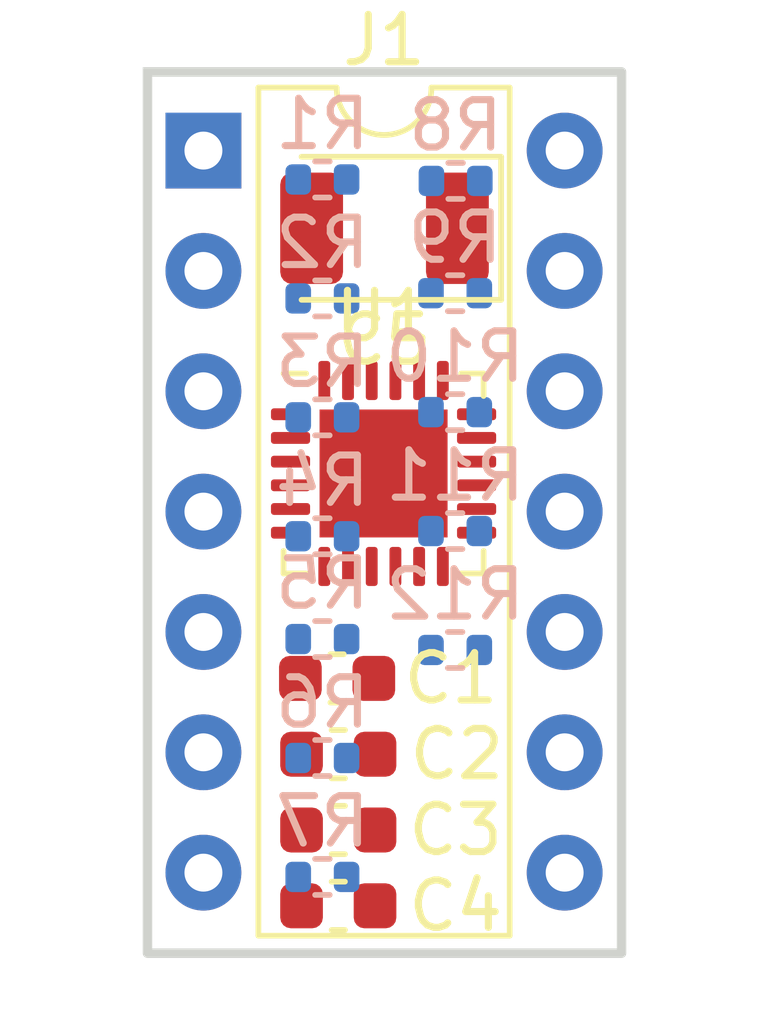
<source format=kicad_pcb>
(kicad_pcb (version 20221018) (generator pcbnew)
  (layers (0 "F.Cu" signal) (31 "B.Cu" signal) (34 "B.Paste" user) (35 "F.Paste" user) (36 "B.SilkS" user "B.Silkscreen") (37 "F.SilkS" user "F.Silkscreen") (38 "B.Mask" user) (39 "F.Mask" user) (44 "Edge.Cuts" user))
  (net 0 "")
  (net 3 "GND")
  (net 7 "-8V")
  (net 9 "+12V")
  (net 10 "Net-(U1-CAP1)")
  (net 11 "Net-(U1-CAP2)")
  (net 12 "Net-(U1-CAP3)")
  (net 13 "Net-(U1-CAP4)")
  (net 14 "/Cap1")
  (net 15 "/filterCV")
  (net 16 "/IREF")
  (net 17 "/Res")
  (net 18 "/Audio_IN")
  (net 19 "/Cap4")
  (net 20 "/Audio_OUT")
  (net 21 "/ResCV")
  (net 22 "/Cap2")
  (net 23 "/Cap3")
  (net 24 "Net-(U1-IN3)")
  (net 25 "Net-(U1-IN4)")
  (net 26 "Net-(U1-IN1)")
  (net 27 "Net-(U1-IN2)")
  (net 28 "Net-(U1-OUT2)")
  (net 29 "Net-(U1-OUT1)")
  (net 30 "Net-(U1-OUT4)")
  (net 31 "Net-(U1-OUT3)")
  (net 32 "Net-(C5-Pad2)")
  (footprint "Capacitor_SMD:C_0603_1608Metric" (layer "F.Cu") (at 119.9 98.4 180)
    (fp_text reference "C1" (at -2.4 0) (layer "F.SilkS"))
    (fp_text value "300pf")
    (fp_line (start -0.14058 -0.51) (end 0.14058 -0.51) (stroke (width 0.12)) (layer "F.SilkS"))
    (fp_line (start -0.14058 0.51) (end 0.14058 0.51) (stroke (width 0.12)) (layer "F.SilkS"))
    (pad "1" smd roundrect (at -0.775 0 180) (size 0.9 0.95) (layers "F.Cu" "F.Paste" "F.Mask") (net 10 "Net-(U1-CAP1)"))
    (pad "2" smd roundrect (at 0.775 0 180) (size 0.9 0.95) (layers "F.Cu" "F.Paste" "F.Mask") (net 3 "GND"))
  )
  (footprint "Capacitor_SMD:C_0603_1608Metric" (layer "F.Cu") (at 119.925 101.6)
    (fp_text reference "C3" (at 2.475 0) (layer "F.SilkS"))
    (fp_text value "300pf")
    (fp_line (start -0.14058 -0.51) (end 0.14058 -0.51) (stroke (width 0.12)) (layer "F.SilkS"))
    (fp_line (start -0.14058 0.51) (end 0.14058 0.51) (stroke (width 0.12)) (layer "F.SilkS"))
    (pad "1" smd roundrect (at -0.775 0) (size 0.9 0.95) (layers "F.Cu" "F.Paste" "F.Mask") (net 12 "Net-(U1-CAP3)"))
    (pad "2" smd roundrect (at 0.775 0) (size 0.9 0.95) (layers "F.Cu" "F.Paste" "F.Mask") (net 3 "GND"))
  )
  (footprint "Package_DIP:DIP-14_W7.62mm" (layer "F.Cu") (at 117.08 87.26)
    (fp_text reference "J1" (at 3.81 -2.33) (layer "F.SilkS"))
    (fp_text value "3328 dip14 footprint")
    (fp_line (start 1.16 -1.33) (end 1.16 16.57) (stroke (width 0.12)) (layer "F.SilkS"))
    (fp_line (start 1.16 16.57) (end 6.46 16.57) (stroke (width 0.12)) (layer "F.SilkS"))
    (fp_line (start 2.81 -1.33) (end 1.16 -1.33) (stroke (width 0.12)) (layer "F.SilkS"))
    (fp_line (start 6.46 -1.33) (end 4.81 -1.33) (stroke (width 0.12)) (layer "F.SilkS"))
    (fp_line (start 6.46 16.57) (end 6.46 -1.33) (stroke (width 0.12)) (layer "F.SilkS"))
    (fp_arc (start 4.81 -1.33) (mid 3.81 -0.33) (end 2.81 -1.33) (stroke (width 0.12)) (layer "F.SilkS"))
    (pad "1" thru_hole rect (at 0 0) (size 1.6 1.6) (drill 0.8) (layers "*.Cu" "*.Mask") (net 14 "/Cap1"))
    (pad "2" thru_hole oval (at 0 2.54) (size 1.6 1.6) (drill 0.8) (layers "*.Cu" "*.Mask") (net 15 "/filterCV"))
    (pad "3" thru_hole oval (at 0 5.08) (size 1.6 1.6) (drill 0.8) (layers "*.Cu" "*.Mask") (net 16 "/IREF"))
    (pad "4" thru_hole oval (at 0 7.62) (size 1.6 1.6) (drill 0.8) (layers "*.Cu" "*.Mask") (net 17 "/Res"))
    (pad "5" thru_hole oval (at 0 10.16) (size 1.6 1.6) (drill 0.8) (layers "*.Cu" "*.Mask") (net 3 "GND"))
    (pad "6" thru_hole oval (at 0 12.7) (size 1.6 1.6) (drill 0.8) (layers "*.Cu" "*.Mask") (net 18 "/Audio_IN"))
    (pad "7" thru_hole oval (at 0 15.24) (size 1.6 1.6) (drill 0.8) (layers "*.Cu" "*.Mask") (net 7 "-8V"))
    (pad "8" thru_hole oval (at 7.62 15.24) (size 1.6 1.6) (drill 0.8) (layers "*.Cu" "*.Mask") (net 19 "/Cap4"))
    (pad "9" thru_hole oval (at 7.62 12.7) (size 1.6 1.6) (drill 0.8) (layers "*.Cu" "*.Mask") (net 20 "/Audio_OUT"))
    (pad "10" thru_hole oval (at 7.62 10.16) (size 1.6 1.6) (drill 0.8) (layers "*.Cu" "*.Mask") (net 21 "/ResCV"))
    (pad "11" thru_hole oval (at 7.62 7.62) (size 1.6 1.6) (drill 0.8) (layers "*.Cu" "*.Mask") (net 22 "/Cap2"))
    (pad "12" thru_hole oval (at 7.62 5.08) (size 1.6 1.6) (drill 0.8) (layers "*.Cu" "*.Mask") (net 23 "/Cap3"))
    (pad "13" thru_hole oval (at 7.62 2.54) (size 1.6 1.6) (drill 0.8) (layers "*.Cu" "*.Mask") (net 3 "GND"))
    (pad "14" thru_hole oval (at 7.62 0) (size 1.6 1.6) (drill 0.8) (layers "*.Cu" "*.Mask") (net 9 "+12V"))
  )
  (footprint "Capacitor_Tantalum_SMD:CP_EIA-3528-21_Kemet-B" (layer "F.Cu") (at 120.9 88.9 180)
    (fp_text reference "C5" (at 0 -2.35) (layer "F.SilkS"))
    (fp_text value "1uF")
    (fp_line (start -2.46 -1.51) (end -2.46 1.51) (stroke (width 0.12)) (layer "F.SilkS"))
    (fp_line (start -2.46 1.51) (end 1.75 1.51) (stroke (width 0.12)) (layer "F.SilkS"))
    (fp_line (start 1.75 -1.51) (end -2.46 -1.51) (stroke (width 0.12)) (layer "F.SilkS"))
    (pad "1" smd roundrect (at -1.5375 0 180) (size 1.325 2.35) (layers "F.Cu" "F.Paste" "F.Mask") (roundrect_rratio 0.188679) (net 30 "Net-(U1-OUT4)"))
    (pad "2" smd roundrect (at 1.5375 0 180) (size 1.325 2.35) (layers "F.Cu" "F.Paste" "F.Mask") (roundrect_rratio 0.188679) (net 32 "Net-(C5-Pad2)"))
  )
  (footprint "Package_DFN_QFN:QFN-24-1EP_4x4mm_P0.5mm_EP2.7x2.7mm" (layer "F.Cu") (at 120.88 94.075)
    (fp_text reference "U1" (at 0 -3.32) (layer "F.SilkS"))
    (fp_text value "AS3320F")
    (fp_line (start -2.11 2.11) (end -2.11 1.635) (stroke (width 0.12)) (layer "F.SilkS"))
    (fp_line (start -1.635 -2.11) (end -2.11 -2.11) (stroke (width 0.12)) (layer "F.SilkS"))
    (fp_line (start -1.635 2.11) (end -2.11 2.11) (stroke (width 0.12)) (layer "F.SilkS"))
    (fp_line (start 1.635 -2.11) (end 2.11 -2.11) (stroke (width 0.12)) (layer "F.SilkS"))
    (fp_line (start 1.635 2.11) (end 2.11 2.11) (stroke (width 0.12)) (layer "F.SilkS"))
    (fp_line (start 2.11 -2.11) (end 2.11 -1.635) (stroke (width 0.12)) (layer "F.SilkS"))
    (fp_line (start 2.11 2.11) (end 2.11 1.635) (stroke (width 0.12)) (layer "F.SilkS"))
    (pad "1" smd roundrect (at -1.9625 -1.25) (size 0.825 0.25) (layers "F.Cu" "F.Paste" "F.Mask"))
    (pad "2" smd roundrect (at -1.9625 -0.75) (size 0.825 0.25) (layers "F.Cu" "F.Paste" "F.Mask") (net 24 "Net-(U1-IN3)"))
    (pad "3" smd roundrect (at -1.9625 -0.25) (size 0.825 0.25) (layers "F.Cu" "F.Paste" "F.Mask") (net 25 "Net-(U1-IN4)"))
    (pad "4" smd roundrect (at -1.9625 0.25) (size 0.825 0.25) (layers "F.Cu" "F.Paste" "F.Mask") (net 26 "Net-(U1-IN1)"))
    (pad "5" smd roundrect (at -1.9625 0.75) (size 0.825 0.25) (layers "F.Cu" "F.Paste" "F.Mask") (net 27 "Net-(U1-IN2)"))
    (pad "6" smd roundrect (at -1.9625 1.25) (size 0.825 0.25) (layers "F.Cu" "F.Paste" "F.Mask"))
    (pad "7" smd roundrect (at -1.25 1.9625) (size 0.25 0.825) (layers "F.Cu" "F.Paste" "F.Mask") (net 3 "GND"))
    (pad "8" smd roundrect (at -0.75 1.9625) (size 0.25 0.825) (layers "F.Cu" "F.Paste" "F.Mask") (net 11 "Net-(U1-CAP2)"))
    (pad "9" smd roundrect (at -0.25 1.9625) (size 0.25 0.825) (layers "F.Cu" "F.Paste" "F.Mask") (net 10 "Net-(U1-CAP1)"))
    (pad "10" smd roundrect (at 0.25 1.9625) (size 0.25 0.825) (layers "F.Cu" "F.Paste" "F.Mask"))
    (pad "11" smd roundrect (at 0.75 1.9625) (size 0.25 0.825) (layers "F.Cu" "F.Paste" "F.Mask") (net 28 "Net-(U1-OUT2)"))
    (pad "12" smd roundrect (at 1.25 1.9625) (size 0.25 0.825) (layers "F.Cu" "F.Paste" "F.Mask") (net 29 "Net-(U1-OUT1)"))
    (pad "13" smd roundrect (at 1.9625 1.25) (size 0.825 0.25) (layers "F.Cu" "F.Paste" "F.Mask"))
    (pad "14" smd roundrect (at 1.9625 0.75) (size 0.825 0.25) (layers "F.Cu" "F.Paste" "F.Mask") (net 21 "/ResCV"))
    (pad "15" smd roundrect (at 1.9625 0.25) (size 0.825 0.25) (layers "F.Cu" "F.Paste" "F.Mask") (net 20 "/Audio_OUT"))
    (pad "16" smd roundrect (at 1.9625 -0.25) (size 0.825 0.25) (layers "F.Cu" "F.Paste" "F.Mask") (net 30 "Net-(U1-OUT4)"))
    (pad "17" smd roundrect (at 1.9625 -0.75) (size 0.825 0.25) (layers "F.Cu" "F.Paste" "F.Mask") (net 13 "Net-(U1-CAP4)"))
    (pad "18" smd roundrect (at 1.9625 -1.25) (size 0.825 0.25) (layers "F.Cu" "F.Paste" "F.Mask"))
    (pad "19" smd roundrect (at 1.25 -1.9625) (size 0.25 0.825) (layers "F.Cu" "F.Paste" "F.Mask") (net 15 "/filterCV"))
    (pad "20" smd roundrect (at 0.75 -1.9625) (size 0.25 0.825) (layers "F.Cu" "F.Paste" "F.Mask") (net 7 "-8V"))
    (pad "21" smd roundrect (at 0.25 -1.9625) (size 0.25 0.825) (layers "F.Cu" "F.Paste" "F.Mask"))
    (pad "22" smd roundrect (at -0.25 -1.9625) (size 0.25 0.825) (layers "F.Cu" "F.Paste" "F.Mask") (net 9 "+12V"))
    (pad "23" smd roundrect (at -0.75 -1.9625) (size 0.25 0.825) (layers "F.Cu" "F.Paste" "F.Mask") (net 31 "Net-(U1-OUT3)"))
    (pad "24" smd roundrect (at -1.25 -1.9625) (size 0.25 0.825) (layers "F.Cu" "F.Paste" "F.Mask") (net 12 "Net-(U1-CAP3)"))
    (pad "25" smd rect (at 0 0) (size 2.7 2.7) (layers "F.Cu" "F.Mask"))
  )
  (footprint "Capacitor_SMD:C_0603_1608Metric" (layer "F.Cu") (at 119.925 103.2)
    (fp_text reference "C4" (at 2.475 0) (layer "F.SilkS"))
    (fp_text value "300pf")
    (fp_line (start -0.14058 -0.51) (end 0.14058 -0.51) (stroke (width 0.12)) (layer "F.SilkS"))
    (fp_line (start -0.14058 0.51) (end 0.14058 0.51) (stroke (width 0.12)) (layer "F.SilkS"))
    (pad "1" smd roundrect (at -0.775 0) (size 0.9 0.95) (layers "F.Cu" "F.Paste" "F.Mask") (net 13 "Net-(U1-CAP4)"))
    (pad "2" smd roundrect (at 0.775 0) (size 0.9 0.95) (layers "F.Cu" "F.Paste" "F.Mask") (net 3 "GND"))
  )
  (footprint "Capacitor_SMD:C_0603_1608Metric" (layer "F.Cu") (at 119.925 100 180)
    (fp_text reference "C2" (at -2.5 0) (layer "F.SilkS"))
    (fp_text value "300pf")
    (fp_line (start -0.14058 -0.51) (end 0.14058 -0.51) (stroke (width 0.12)) (layer "F.SilkS"))
    (fp_line (start -0.14058 0.51) (end 0.14058 0.51) (stroke (width 0.12)) (layer "F.SilkS"))
    (pad "1" smd roundrect (at -0.775 0 180) (size 0.9 0.95) (layers "F.Cu" "F.Paste" "F.Mask") (net 11 "Net-(U1-CAP2)"))
    (pad "2" smd roundrect (at 0.775 0 180) (size 0.9 0.95) (layers "F.Cu" "F.Paste" "F.Mask") (net 3 "GND"))
  )
  (footprint "Resistor_SMD:R_0402_1005Metric" (layer "B.Cu") (at 119.59 92.89 180)
    (fp_text reference "R3" (at 0 1.17) (layer "B.SilkS") (effects (justify mirror)))
    (fp_text value "220K")
    (fp_line (start -0.153641 -0.38) (end 0.153641 -0.38) (stroke (width 0.12)) (layer "B.SilkS"))
    (fp_line (start -0.153641 0.38) (end 0.153641 0.38) (stroke (width 0.12)) (layer "B.SilkS"))
    (pad "1" smd roundrect (at -0.51 0 180) (size 0.54 0.64) (layers "B.Cu" "B.Paste" "B.Mask") (net 7 "-8V"))
    (pad "2" smd roundrect (at 0.51 0 180) (size 0.54 0.64) (layers "B.Cu" "B.Paste" "B.Mask") (net 27 "Net-(U1-IN2)"))
  )
  (footprint "Resistor_SMD:R_0402_1005Metric" (layer "B.Cu") (at 119.59 97.57 180)
    (fp_text reference "R5" (at 0 1.17) (layer "B.SilkS") (effects (justify mirror)))
    (fp_text value "91k")
    (fp_line (start -0.153641 -0.38) (end 0.153641 -0.38) (stroke (width 0.12)) (layer "B.SilkS"))
    (fp_line (start -0.153641 0.38) (end 0.153641 0.38) (stroke (width 0.12)) (layer "B.SilkS"))
    (pad "1" smd roundrect (at -0.51 0 180) (size 0.54 0.64) (layers "B.Cu" "B.Paste" "B.Mask") (net 28 "Net-(U1-OUT2)"))
    (pad "2" smd roundrect (at 0.51 0 180) (size 0.54 0.64) (layers "B.Cu" "B.Paste" "B.Mask") (net 24 "Net-(U1-IN3)"))
  )
  (footprint "Resistor_SMD:R_0402_1005Metric" (layer "B.Cu") (at 122.39 90.27 180)
    (fp_text reference "R9" (at 0 1.17) (layer "B.SilkS") (effects (justify mirror)))
    (fp_text value "100k")
    (fp_line (start -0.153641 -0.38) (end 0.153641 -0.38) (stroke (width 0.12)) (layer "B.SilkS"))
    (fp_line (start -0.153641 0.38) (end 0.153641 0.38) (stroke (width 0.12)) (layer "B.SilkS"))
    (pad "1" smd roundrect (at -0.51 0 180) (size 0.54 0.64) (layers "B.Cu" "B.Paste" "B.Mask") (net 30 "Net-(U1-OUT4)"))
    (pad "2" smd roundrect (at 0.51 0 180) (size 0.54 0.64) (layers "B.Cu" "B.Paste" "B.Mask") (net 25 "Net-(U1-IN4)"))
  )
  (footprint "Resistor_SMD:R_0402_1005Metric" (layer "B.Cu") (at 122.39 95.29 180)
    (fp_text reference "R11" (at 0 1.17) (layer "B.SilkS") (effects (justify mirror)))
    (fp_text value "220K")
    (fp_line (start -0.153641 -0.38) (end 0.153641 -0.38) (stroke (width 0.12)) (layer "B.SilkS"))
    (fp_line (start -0.153641 0.38) (end 0.153641 0.38) (stroke (width 0.12)) (layer "B.SilkS"))
    (pad "1" smd roundrect (at -0.51 0 180) (size 0.54 0.64) (layers "B.Cu" "B.Paste" "B.Mask") (net 7 "-8V"))
    (pad "2" smd roundrect (at 0.51 0 180) (size 0.54 0.64) (layers "B.Cu" "B.Paste" "B.Mask") (net 25 "Net-(U1-IN4)"))
  )
  (footprint "Resistor_SMD:R_0402_1005Metric" (layer "B.Cu") (at 122.39 92.78 180)
    (fp_text reference "R10" (at 0 1.17) (layer "B.SilkS") (effects (justify mirror)))
    (fp_text value "51k")
    (fp_line (start -0.153641 -0.38) (end 0.153641 -0.38) (stroke (width 0.12)) (layer "B.SilkS"))
    (fp_line (start -0.153641 0.38) (end 0.153641 0.38) (stroke (width 0.12)) (layer "B.SilkS"))
    (pad "1" smd roundrect (at -0.51 0 180) (size 0.54 0.64) (layers "B.Cu" "B.Paste" "B.Mask") (net 32 "Net-(C5-Pad2)"))
    (pad "2" smd roundrect (at 0.51 0 180) (size 0.54 0.64) (layers "B.Cu" "B.Paste" "B.Mask") (net 20 "/Audio_OUT"))
  )
  (footprint "Resistor_SMD:R_0402_1005Metric" (layer "B.Cu") (at 119.59 87.87 180)
    (fp_text reference "R1" (at 0 1.17) (layer "B.SilkS") (effects (justify mirror)))
    (fp_text value "100k")
    (fp_line (start -0.153641 -0.38) (end 0.153641 -0.38) (stroke (width 0.12)) (layer "B.SilkS"))
    (fp_line (start -0.153641 0.38) (end 0.153641 0.38) (stroke (width 0.12)) (layer "B.SilkS"))
    (pad "1" smd roundrect (at -0.51 0 180) (size 0.54 0.64) (layers "B.Cu" "B.Paste" "B.Mask") (net 29 "Net-(U1-OUT1)"))
    (pad "2" smd roundrect (at 0.51 0 180) (size 0.54 0.64) (layers "B.Cu" "B.Paste" "B.Mask") (net 26 "Net-(U1-IN1)"))
  )
  (footprint "Resistor_SMD:R_0402_1005Metric" (layer "B.Cu") (at 122.39 97.8 180)
    (fp_text reference "R12" (at 0 1.17) (layer "B.SilkS") (effects (justify mirror)))
    (fp_text value "91k")
    (fp_line (start -0.153641 -0.38) (end 0.153641 -0.38) (stroke (width 0.12)) (layer "B.SilkS"))
    (fp_line (start -0.153641 0.38) (end 0.153641 0.38) (stroke (width 0.12)) (layer "B.SilkS"))
    (pad "1" smd roundrect (at -0.51 0 180) (size 0.54 0.64) (layers "B.Cu" "B.Paste" "B.Mask") (net 26 "Net-(U1-IN1)"))
    (pad "2" smd roundrect (at 0.51 0 180) (size 0.54 0.64) (layers "B.Cu" "B.Paste" "B.Mask") (net 18 "/Audio_IN"))
  )
  (footprint "Resistor_SMD:R_0402_1005Metric" (layer "B.Cu") (at 119.59 102.59 180)
    (fp_text reference "R7" (at 0 1.17) (layer "B.SilkS") (effects (justify mirror)))
    (fp_text value "100k")
    (fp_line (start -0.153641 -0.38) (end 0.153641 -0.38) (stroke (width 0.12)) (layer "B.SilkS"))
    (fp_line (start -0.153641 0.38) (end 0.153641 0.38) (stroke (width 0.12)) (layer "B.SilkS"))
    (pad "1" smd roundrect (at -0.51 0 180) (size 0.54 0.64) (layers "B.Cu" "B.Paste" "B.Mask") (net 31 "Net-(U1-OUT3)"))
    (pad "2" smd roundrect (at 0.51 0 180) (size 0.54 0.64) (layers "B.Cu" "B.Paste" "B.Mask") (net 24 "Net-(U1-IN3)"))
  )
  (footprint "Resistor_SMD:R_0402_1005Metric" (layer "B.Cu") (at 119.59 100.08 180)
    (fp_text reference "R6" (at 0 1.17) (layer "B.SilkS") (effects (justify mirror)))
    (fp_text value "220K")
    (fp_line (start -0.153641 -0.38) (end 0.153641 -0.38) (stroke (width 0.12)) (layer "B.SilkS"))
    (fp_line (start -0.153641 0.38) (end 0.153641 0.38) (stroke (width 0.12)) (layer "B.SilkS"))
    (pad "1" smd roundrect (at -0.51 0 180) (size 0.54 0.64) (layers "B.Cu" "B.Paste" "B.Mask") (net 7 "-8V"))
    (pad "2" smd roundrect (at 0.51 0 180) (size 0.54 0.64) (layers "B.Cu" "B.Paste" "B.Mask") (net 24 "Net-(U1-IN3)"))
  )
  (footprint "Resistor_SMD:R_0402_1005Metric" (layer "B.Cu") (at 119.59 90.38 180)
    (fp_text reference "R2" (at 0 1.17) (layer "B.SilkS") (effects (justify mirror)))
    (fp_text value "91k")
    (fp_line (start -0.153641 -0.38) (end 0.153641 -0.38) (stroke (width 0.12)) (layer "B.SilkS"))
    (fp_line (start -0.153641 0.38) (end 0.153641 0.38) (stroke (width 0.12)) (layer "B.SilkS"))
    (pad "1" smd roundrect (at -0.51 0 180) (size 0.54 0.64) (layers "B.Cu" "B.Paste" "B.Mask") (net 29 "Net-(U1-OUT1)"))
    (pad "2" smd roundrect (at 0.51 0 180) (size 0.54 0.64) (layers "B.Cu" "B.Paste" "B.Mask") (net 27 "Net-(U1-IN2)"))
  )
  (footprint "Resistor_SMD:R_0402_1005Metric" (layer "B.Cu") (at 122.4 87.9 180)
    (fp_text reference "R8" (at 0 1.17) (layer "B.SilkS") (effects (justify mirror)))
    (fp_text value "91k")
    (fp_line (start -0.153641 -0.38) (end 0.153641 -0.38) (stroke (width 0.12)) (layer "B.SilkS"))
    (fp_line (start -0.153641 0.38) (end 0.153641 0.38) (stroke (width 0.12)) (layer "B.SilkS"))
    (pad "1" smd roundrect (at -0.51 0 180) (size 0.54 0.64) (layers "B.Cu" "B.Paste" "B.Mask") (net 31 "Net-(U1-OUT3)"))
    (pad "2" smd roundrect (at 0.51 0 180) (size 0.54 0.64) (layers "B.Cu" "B.Paste" "B.Mask") (net 25 "Net-(U1-IN4)"))
  )
  (footprint "Resistor_SMD:R_0402_1005Metric" (layer "B.Cu") (at 119.59 95.4 180)
    (fp_text reference "R4" (at 0 1.17) (layer "B.SilkS") (effects (justify mirror)))
    (fp_text value "100k")
    (fp_line (start -0.153641 -0.38) (end 0.153641 -0.38) (stroke (width 0.12)) (layer "B.SilkS"))
    (fp_line (start -0.153641 0.38) (end 0.153641 0.38) (stroke (width 0.12)) (layer "B.SilkS"))
    (pad "1" smd roundrect (at -0.51 0 180) (size 0.54 0.64) (layers "B.Cu" "B.Paste" "B.Mask") (net 28 "Net-(U1-OUT2)"))
    (pad "2" smd roundrect (at 0.51 0 180) (size 0.54 0.64) (layers "B.Cu" "B.Paste" "B.Mask") (net 27 "Net-(U1-IN2)"))
  )
  (gr_rect (start 115.9 85.6) (end 125.9 104.2) (stroke (width 0.2)) (fill none) (layer "Edge.Cuts"))
)
</source>
